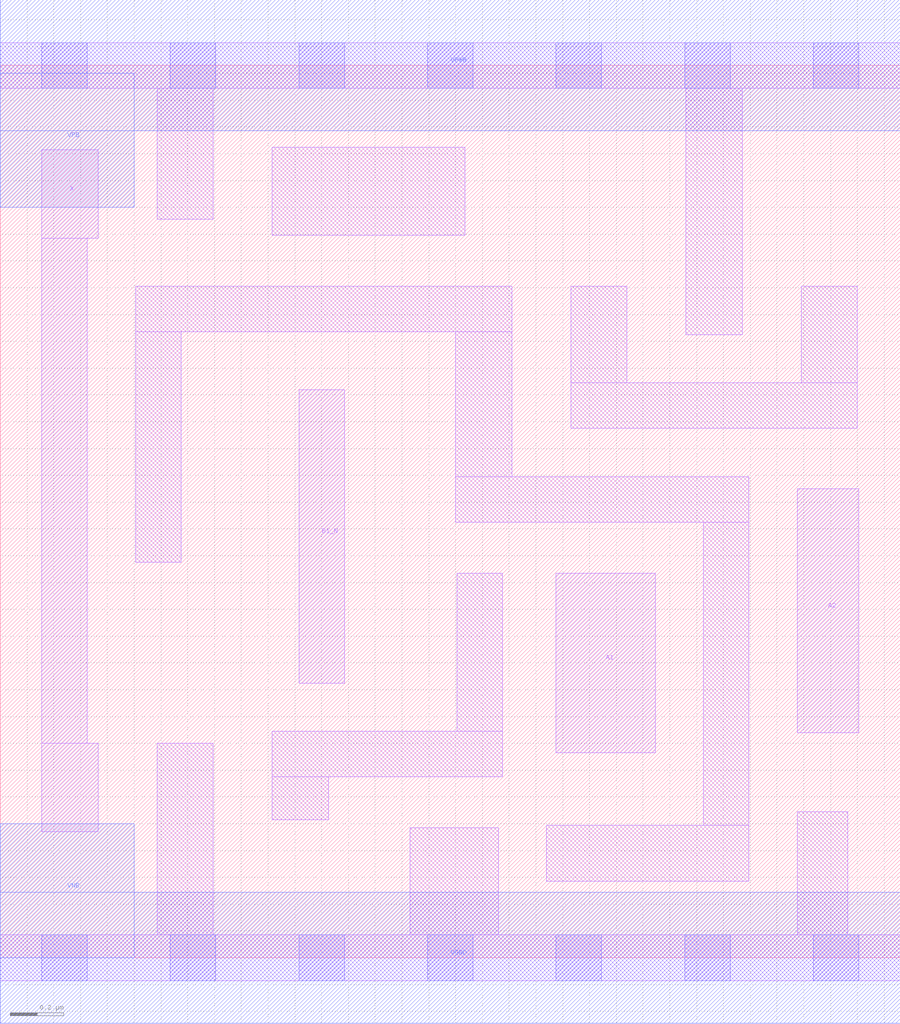
<source format=lef>
# Copyright 2020 The SkyWater PDK Authors
#
# Licensed under the Apache License, Version 2.0 (the "License");
# you may not use this file except in compliance with the License.
# You may obtain a copy of the License at
#
#     https://www.apache.org/licenses/LICENSE-2.0
#
# Unless required by applicable law or agreed to in writing, software
# distributed under the License is distributed on an "AS IS" BASIS,
# WITHOUT WARRANTIES OR CONDITIONS OF ANY KIND, either express or implied.
# See the License for the specific language governing permissions and
# limitations under the License.
#
# SPDX-License-Identifier: Apache-2.0

VERSION 5.5 ;
NAMESCASESENSITIVE ON ;
BUSBITCHARS "[]" ;
DIVIDERCHAR "/" ;
MACRO sky130_fd_sc_lp__a21bo_m
  CLASS CORE ;
  SOURCE USER ;
  ORIGIN  0.000000  0.000000 ;
  SIZE  3.360000 BY  3.330000 ;
  SYMMETRY X Y R90 ;
  SITE unit ;
  PIN A1
    ANTENNAGATEAREA  0.126000 ;
    DIRECTION INPUT ;
    USE SIGNAL ;
    PORT
      LAYER li1 ;
        RECT 2.075000 0.765000 2.445000 1.435000 ;
    END
  END A1
  PIN A2
    ANTENNAGATEAREA  0.126000 ;
    DIRECTION INPUT ;
    USE SIGNAL ;
    PORT
      LAYER li1 ;
        RECT 2.975000 0.840000 3.205000 1.750000 ;
    END
  END A2
  PIN B1_N
    ANTENNAGATEAREA  0.126000 ;
    DIRECTION INPUT ;
    USE SIGNAL ;
    PORT
      LAYER li1 ;
        RECT 1.115000 1.025000 1.285000 2.120000 ;
    END
  END B1_N
  PIN X
    ANTENNADIFFAREA  0.222600 ;
    DIRECTION OUTPUT ;
    USE SIGNAL ;
    PORT
      LAYER li1 ;
        RECT 0.155000 0.470000 0.365000 0.800000 ;
        RECT 0.155000 0.800000 0.325000 2.685000 ;
        RECT 0.155000 2.685000 0.365000 3.015000 ;
    END
  END X
  PIN VGND
    DIRECTION INOUT ;
    USE GROUND ;
    PORT
      LAYER met1 ;
        RECT 0.000000 -0.245000 3.360000 0.245000 ;
    END
  END VGND
  PIN VNB
    DIRECTION INOUT ;
    USE GROUND ;
    PORT
      LAYER met1 ;
        RECT 0.000000 0.000000 0.500000 0.500000 ;
    END
  END VNB
  PIN VPB
    DIRECTION INOUT ;
    USE POWER ;
    PORT
      LAYER met1 ;
        RECT 0.000000 2.800000 0.500000 3.300000 ;
    END
  END VPB
  PIN VPWR
    DIRECTION INOUT ;
    USE POWER ;
    PORT
      LAYER met1 ;
        RECT 0.000000 3.085000 3.360000 3.575000 ;
    END
  END VPWR
  OBS
    LAYER li1 ;
      RECT 0.000000 -0.085000 3.360000 0.085000 ;
      RECT 0.000000  3.245000 3.360000 3.415000 ;
      RECT 0.505000  1.475000 0.675000 2.335000 ;
      RECT 0.505000  2.335000 1.910000 2.505000 ;
      RECT 0.585000  0.085000 0.795000 0.800000 ;
      RECT 0.585000  2.755000 0.795000 3.245000 ;
      RECT 1.015000  0.515000 1.225000 0.675000 ;
      RECT 1.015000  0.675000 1.875000 0.845000 ;
      RECT 1.015000  2.695000 1.735000 3.025000 ;
      RECT 1.530000  0.085000 1.860000 0.485000 ;
      RECT 1.700000  1.625000 2.795000 1.795000 ;
      RECT 1.700000  1.795000 1.910000 2.335000 ;
      RECT 1.705000  0.845000 1.875000 1.435000 ;
      RECT 2.040000  0.285000 2.795000 0.495000 ;
      RECT 2.130000  1.975000 3.200000 2.145000 ;
      RECT 2.130000  2.145000 2.340000 2.505000 ;
      RECT 2.560000  2.325000 2.770000 3.245000 ;
      RECT 2.625000  0.495000 2.795000 1.625000 ;
      RECT 2.975000  0.085000 3.165000 0.545000 ;
      RECT 2.990000  2.145000 3.200000 2.505000 ;
    LAYER mcon ;
      RECT 0.155000 -0.085000 0.325000 0.085000 ;
      RECT 0.155000  3.245000 0.325000 3.415000 ;
      RECT 0.635000 -0.085000 0.805000 0.085000 ;
      RECT 0.635000  3.245000 0.805000 3.415000 ;
      RECT 1.115000 -0.085000 1.285000 0.085000 ;
      RECT 1.115000  3.245000 1.285000 3.415000 ;
      RECT 1.595000 -0.085000 1.765000 0.085000 ;
      RECT 1.595000  3.245000 1.765000 3.415000 ;
      RECT 2.075000 -0.085000 2.245000 0.085000 ;
      RECT 2.075000  3.245000 2.245000 3.415000 ;
      RECT 2.555000 -0.085000 2.725000 0.085000 ;
      RECT 2.555000  3.245000 2.725000 3.415000 ;
      RECT 3.035000 -0.085000 3.205000 0.085000 ;
      RECT 3.035000  3.245000 3.205000 3.415000 ;
  END
END sky130_fd_sc_lp__a21bo_m
END LIBRARY

</source>
